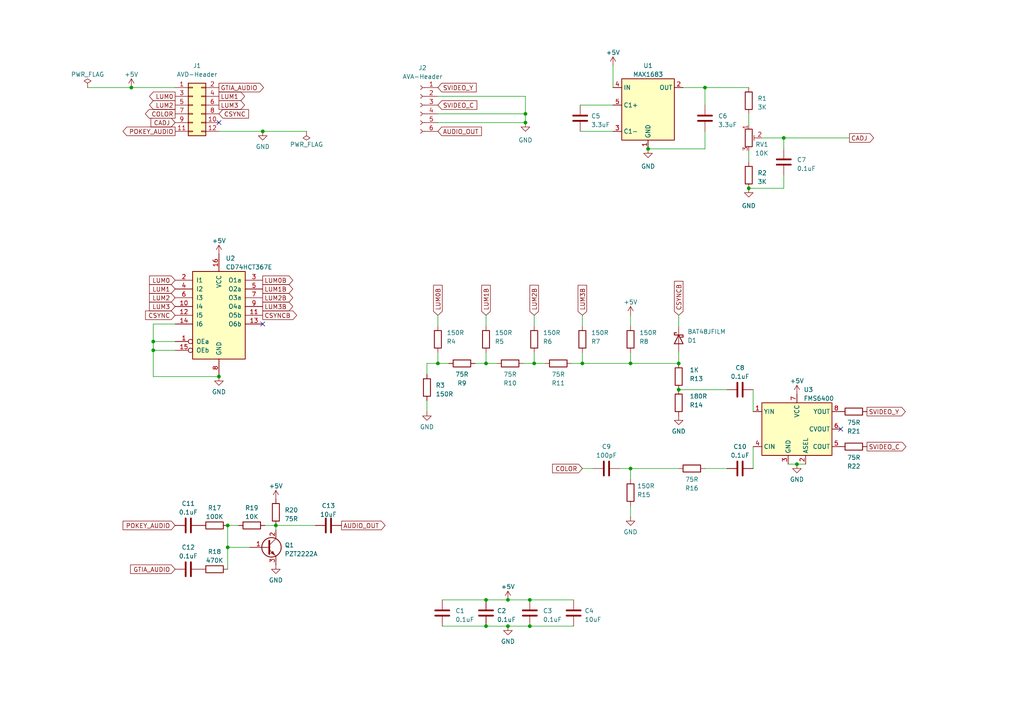
<source format=kicad_sch>
(kicad_sch (version 20230121) (generator eeschema)
  (paper "A4")
  (title_block (title "Atari SBC Audio/Video") (date "2023-09-01") (rev "1.1"))
  (lib_symbols
    (symbol "74xx:74LS367" (pin_names (offset 1.016))
      (property "Reference" "U" (at -7.62 13.97 0))
      (property "Value" "74LS367" (at -7.62 -13.97 0))
      (symbol "74LS367_1_0"
        (pin input inverted (at -12.7 -7.62 0) (length 5.08) (name "OEa") (number "1"))
        (pin input line (at -12.7 2.54 0) (length 5.08) (name "I4") (number "10"))
        (pin tri_state line (at 12.7 0 180) (length 5.08) (name "O5b") (number "11"))
        (pin input line (at -12.7 0 0) (length 5.08) (name "I5") (number "12"))
        (pin tri_state line (at 12.7 -2.54 180) (length 5.08) (name "O6b") (number "13"))
        (pin input line (at -12.7 -2.54 0) (length 5.08) (name "I6") (number "14"))
        (pin input inverted (at -12.7 -10.16 0) (length 5.08) (name "OEb") (number "15"))
        (pin power_in line (at 0 17.78 270) (length 5.08) (name "VCC") (number "16"))
        (pin input line (at -12.7 10.16 0) (length 5.08) (name "I1") (number "2"))
        (pin tri_state line (at 12.7 10.16 180) (length 5.08) (name "O1a") (number "3"))
        (pin input line (at -12.7 7.62 0) (length 5.08) (name "I2") (number "4"))
        (pin tri_state line (at 12.7 7.62 180) (length 5.08) (name "O2a") (number "5"))
        (pin input line (at -12.7 5.08 0) (length 5.08) (name "I3") (number "6"))
        (pin tri_state line (at 12.7 5.08 180) (length 5.08) (name "O3a") (number "7"))
        (pin power_in line (at 0 -17.78 90) (length 5.08) (name "GND") (number "8"))
        (pin tri_state line (at 12.7 2.54 180) (length 5.08) (name "O4a") (number "9"))
      )
      (symbol "74LS367_1_1"
        (rectangle (start -7.62 12.7) (end 7.62 -12.7) (stroke (width 0.254)) (fill (type background)))
      )
    )
    (symbol "Connector:Conn_01x06_Socket" (pin_names (offset 1.016) hide)
      (property "Reference" "J" (at 0 7.62 0))
      (property "Value" "Conn_01x06_Socket" (at 0 -10.16 0))
      (symbol "Conn_01x06_Socket_1_1"
        (arc (start 0 -7.112) (mid -0.5058 -7.62) (end 0 -8.128) (stroke (width 0.1524)))
        (arc (start 0 -4.572) (mid -0.5058 -5.08) (end 0 -5.588) (stroke (width 0.1524)))
        (arc (start 0 -2.032) (mid -0.5058 -2.54) (end 0 -3.048) (stroke (width 0.1524)))
        (polyline (pts (xy -1.27 -7.62) (xy -0.508 -7.62)) (stroke (width 0.1524)))
        (polyline (pts (xy -1.27 -5.08) (xy -0.508 -5.08)) (stroke (width 0.1524)))
        (polyline (pts (xy -1.27 -2.54) (xy -0.508 -2.54)) (stroke (width 0.1524)))
        (polyline (pts (xy -1.27 0) (xy -0.508 0)) (stroke (width 0.1524)))
        (polyline (pts (xy -1.27 2.54) (xy -0.508 2.54)) (stroke (width 0.1524)))
        (polyline (pts (xy -1.27 5.08) (xy -0.508 5.08)) (stroke (width 0.1524)))
        (arc (start 0 0.508) (mid -0.5058 0) (end 0 -0.508) (stroke (width 0.1524)))
        (arc (start 0 3.048) (mid -0.5058 2.54) (end 0 2.032) (stroke (width 0.1524)))
        (arc (start 0 5.588) (mid -0.5058 5.08) (end 0 4.572) (stroke (width 0.1524)))
        (pin passive line (at -5.08 5.08 0) (length 3.81) (name "Pin_1") (number "1"))
        (pin passive line (at -5.08 2.54 0) (length 3.81) (name "Pin_2") (number "2"))
        (pin passive line (at -5.08 0 0) (length 3.81) (name "Pin_3") (number "3"))
        (pin passive line (at -5.08 -2.54 0) (length 3.81) (name "Pin_4") (number "4"))
        (pin passive line (at -5.08 -5.08 0) (length 3.81) (name "Pin_5") (number "5"))
        (pin passive line (at -5.08 -7.62 0) (length 3.81) (name "Pin_6") (number "6"))
      )
    )
    (symbol "Connector_Generic:Conn_02x06_Odd_Even" (pin_names (offset 1.016) hide)
      (property "Reference" "J" (at 1.27 7.62 0))
      (property "Value" "Conn_02x06_Odd_Even" (at 1.27 -10.16 0))
      (symbol "Conn_02x06_Odd_Even_1_1"
        (rectangle (start -1.27 -7.493) (end 0 -7.747) (stroke (width 0.1524)))
        (rectangle (start -1.27 -4.953) (end 0 -5.207) (stroke (width 0.1524)))
        (rectangle (start -1.27 -2.413) (end 0 -2.667) (stroke (width 0.1524)))
        (rectangle (start -1.27 0.127) (end 0 -0.127) (stroke (width 0.1524)))
        (rectangle (start -1.27 2.667) (end 0 2.413) (stroke (width 0.1524)))
        (rectangle (start -1.27 5.207) (end 0 4.953) (stroke (width 0.1524)))
        (rectangle (start -1.27 6.35) (end 3.81 -8.89) (stroke (width 0.254)) (fill (type background)))
        (rectangle (start 3.81 -7.493) (end 2.54 -7.747) (stroke (width 0.1524)))
        (rectangle (start 3.81 -4.953) (end 2.54 -5.207) (stroke (width 0.1524)))
        (rectangle (start 3.81 -2.413) (end 2.54 -2.667) (stroke (width 0.1524)))
        (rectangle (start 3.81 0.127) (end 2.54 -0.127) (stroke (width 0.1524)))
        (rectangle (start 3.81 2.667) (end 2.54 2.413) (stroke (width 0.1524)))
        (rectangle (start 3.81 5.207) (end 2.54 4.953) (stroke (width 0.1524)))
        (pin passive line (at -5.08 5.08 0) (length 3.81) (name "Pin_1") (number "1"))
        (pin passive line (at 7.62 -5.08 180) (length 3.81) (name "Pin_10") (number "10"))
        (pin passive line (at -5.08 -7.62 0) (length 3.81) (name "Pin_11") (number "11"))
        (pin passive line (at 7.62 -7.62 180) (length 3.81) (name "Pin_12") (number "12"))
        (pin passive line (at 7.62 5.08 180) (length 3.81) (name "Pin_2") (number "2"))
        (pin passive line (at -5.08 2.54 0) (length 3.81) (name "Pin_3") (number "3"))
        (pin passive line (at 7.62 2.54 180) (length 3.81) (name "Pin_4") (number "4"))
        (pin passive line (at -5.08 0 0) (length 3.81) (name "Pin_5") (number "5"))
        (pin passive line (at 7.62 0 180) (length 3.81) (name "Pin_6") (number "6"))
        (pin passive line (at -5.08 -2.54 0) (length 3.81) (name "Pin_7") (number "7"))
        (pin passive line (at 7.62 -2.54 180) (length 3.81) (name "Pin_8") (number "8"))
        (pin passive line (at -5.08 -5.08 0) (length 3.81) (name "Pin_9") (number "9"))
      )
    )
    (symbol "Device:C" (pin_numbers hide) (pin_names (offset 0.254))
      (property "Reference" "C" (at 0.635 2.54 0))
      (property "Value" "C" (at 0.635 -2.54 0))
      (symbol "C_0_1"
        (polyline (pts (xy -2.032 -0.762) (xy 2.032 -0.762)) (stroke (width 0.508)))
        (polyline (pts (xy -2.032 0.762) (xy 2.032 0.762)) (stroke (width 0.508)))
      )
      (symbol "C_1_1"
        (pin passive line (at 0 3.81 270) (length 2.794) (name "~") (number "1"))
        (pin passive line (at 0 -3.81 90) (length 2.794) (name "~") (number "2"))
      )
    )
    (symbol "Device:R" (pin_numbers hide) (pin_names (offset 0))
      (property "Reference" "R" (at 2.032 0 90))
      (property "Value" "R" (at 0 0 90))
      (symbol "R_0_1"
        (rectangle (start -1.016 -2.54) (end 1.016 2.54) (stroke (width 0.254)))
      )
      (symbol "R_1_1"
        (pin passive line (at 0 3.81 270) (length 1.27) (name "~") (number "1"))
        (pin passive line (at 0 -3.81 90) (length 1.27) (name "~") (number "2"))
      )
    )
    (symbol "Device:R_Potentiometer_Trim" (pin_names (offset 1.016) hide)
      (property "Reference" "RV" (at -4.445 0 90))
      (property "Value" "R_Potentiometer_Trim" (at -2.54 0 90))
      (symbol "R_Potentiometer_Trim_0_1"
        (polyline (pts (xy 1.524 0.762) (xy 1.524 -0.762)))
        (polyline (pts (xy 2.54 0) (xy 1.524 0)))
        (rectangle (start 1.016 2.54) (end -1.016 -2.54) (stroke (width 0.254)))
      )
      (symbol "R_Potentiometer_Trim_1_1"
        (pin passive line (at 0 3.81 270) (length 1.27) (name "1") (number "1"))
        (pin passive line (at 3.81 0 180) (length 1.27) (name "2") (number "2"))
        (pin passive line (at 0 -3.81 90) (length 1.27) (name "3") (number "3"))
      )
    )
    (symbol "Diode:BAT48JFILM" (pin_numbers hide) (pin_names (offset 1.016) hide)
      (property "Reference" "D" (at 0 2.54 0))
      (property "Value" "BAT48JFILM" (at 0 -2.54 0))
      (symbol "BAT48JFILM_0_1"
        (polyline (pts (xy 1.27 0) (xy -1.27 0)))
        (polyline (pts (xy 1.27 1.27) (xy 1.27 -1.27) (xy -1.27 0) (xy 1.27 1.27)) (stroke (width 0.254)))
        (polyline (pts (xy -1.905 0.635) (xy -1.905 1.27) (xy -1.27 1.27) (xy -1.27 -1.27) (xy -0.635 -1.27) (xy -0.635 -0.635)) (stroke (width 0.254)))
      )
      (symbol "BAT48JFILM_1_1"
        (pin passive line (at -3.81 0 0) (length 2.54) (name "K") (number "1"))
        (pin passive line (at 3.81 0 180) (length 2.54) (name "A") (number "2"))
      )
    )
    (symbol "Project_Amplifier_Video:FMS6400"
      (property "Reference" "U" (at -8.89 8.89 0))
      (property "Value" "FMS6400" (at 5.08 8.89 0))
      (symbol "FMS6400_0_1"
        (rectangle (start -10.16 7.62) (end 10.16 -7.62) (stroke (width 0.254)) (fill (type background)))
      )
      (symbol "FMS6400_1_1"
        (pin input line (at -12.7 5.08 0) (length 2.54) (name "YIN") (number "1"))
        (pin input line (at 2.54 -10.16 90) (length 2.54) (name "ASEL") (number "2"))
        (pin power_in line (at -2.54 -10.16 90) (length 2.54) (name "GND") (number "3"))
        (pin input line (at -12.7 -5.08 0) (length 2.54) (name "CIN") (number "4"))
        (pin output line (at 12.7 -5.08 180) (length 2.54) (name "COUT") (number "5"))
        (pin output line (at 12.7 0 180) (length 2.54) (name "CVOUT") (number "6"))
        (pin power_in line (at 0 10.16 270) (length 2.54) (name "VCC") (number "7"))
        (pin output line (at 12.7 5.08 180) (length 2.54) (name "YOUT") (number "8"))
      )
    )
    (symbol "Project_Regulator_Switching:MAX1683"
      (property "Reference" "U" (at -6.35 6.35 0))
      (property "Value" "MAX1683" (at 2.54 6.35 0))
      (symbol "MAX1683_1_1"
        (rectangle (start -7.62 5.08) (end 7.62 -12.7) (stroke (width 0.254)) (fill (type background)))
        (pin power_in line (at 0 -15.24 90) (length 2.54) (name "GND") (number "1"))
        (pin power_out line (at 10.16 2.54 180) (length 2.54) (name "OUT") (number "2"))
        (pin input line (at -10.16 -10.16 0) (length 2.54) (name "C1-") (number "3"))
        (pin power_in line (at -10.16 2.54 0) (length 2.54) (name "IN") (number "4"))
        (pin input line (at -10.16 -2.54 0) (length 2.54) (name "C1+") (number "5"))
      )
    )
    (symbol "Transistor_BJT:PZT2222A" (pin_names (offset 0) hide)
      (property "Reference" "Q" (at 5.08 1.905 0))
      (property "Value" "PZT2222A" (at 5.08 0 0))
      (symbol "PZT2222A_0_1"
        (polyline (pts (xy 0 0) (xy 0.635 0)))
        (polyline (pts (xy 2.54 -2.54) (xy 0.635 -0.635)))
        (polyline (pts (xy 2.54 2.54) (xy 0.635 0.635)))
        (polyline (pts (xy 0.635 1.905) (xy 0.635 -1.905) (xy 0.635 -1.905)) (stroke (width 0.508)))
        (polyline (pts (xy 2.286 -2.286) (xy 1.778 -1.778) (xy 1.778 -1.778)))
        (polyline (pts (xy 1.143 -1.651) (xy 1.651 -1.143) (xy 2.159 -2.159) (xy 1.143 -1.651) (xy 1.143 -1.651)) (fill (type outline)))
        (circle (center 1.27 0) (radius 2.8194) (stroke (width 0.254)))
      )
      (symbol "PZT2222A_1_1"
        (pin input line (at -5.08 0 0) (length 5.08) (name "B") (number "1"))
        (pin passive line (at 2.54 5.08 270) (length 2.54) (name "C") (number "2"))
        (pin passive line (at 2.54 -5.08 90) (length 2.54) (name "E") (number "3"))
      )
    )
    (symbol "power:+5V" (power) (pin_names (offset 0))
      (property "Value" "+5V" (at 0 3.556 0))
      (symbol "+5V_0_1"
        (polyline (pts (xy -0.762 1.27) (xy 0 2.54)))
        (polyline (pts (xy 0 0) (xy 0 2.54)))
        (polyline (pts (xy 0 2.54) (xy 0.762 1.27)))
      )
      (symbol "+5V_1_1"
        (pin power_in line (at 0 0 90) (length 0) hide (name "+5V") (number "1"))
      )
    )
    (symbol "power:GND" (power) (pin_names (offset 0))
      (property "Value" "GND" (at 0 -3.81 0))
      (symbol "GND_0_1"
        (polyline (pts (xy 0 0) (xy 0 -1.27) (xy 1.27 -1.27) (xy 0 -2.54) (xy -1.27 -1.27) (xy 0 -1.27)))
      )
      (symbol "GND_1_1"
        (pin power_in line (at 0 0 270) (length 0) hide (name "GND") (number "1"))
      )
    )
    (symbol "power:PWR_FLAG" (power) (pin_numbers hide) (pin_names (offset 0) hide)
      (property "Value" "PWR_FLAG" (at 0 3.81 0))
      (symbol "PWR_FLAG_0_0"
        (pin power_out line (at 0 0 90) (length 0) (name "pwr") (number "1"))
      )
      (symbol "PWR_FLAG_0_1"
        (polyline (pts (xy 0 0) (xy 0 1.27) (xy -1.016 1.905) (xy 0 2.54) (xy 1.016 1.905) (xy 0 1.27)))
      )
    )
  )
  (junction (at 168.91 105.41))
  (junction (at 140.97 173.99))
  (junction (at 153.67 173.99))
  (junction (at 127 105.41))
  (junction (at 187.96 43.18))
  (junction (at 44.45 101.6))
  (junction (at 196.85 113.03))
  (junction (at 152.4 33.02))
  (junction (at 182.88 135.89))
  (junction (at 152.4 35.56))
  (junction (at 76.2 38.1))
  (junction (at 44.45 99.06))
  (junction (at 196.85 105.41))
  (junction (at 147.32 181.61))
  (junction (at 147.32 173.99))
  (junction (at 66.04 158.75))
  (junction (at 227.33 40.005))
  (junction (at 154.94 105.41))
  (junction (at 217.17 54.61))
  (junction (at 66.04 152.4))
  (junction (at 80.01 152.4))
  (junction (at 231.14 134.62))
  (junction (at 140.97 181.61))
  (junction (at 63.5 109.22))
  (junction (at 153.67 181.61))
  (junction (at 182.88 105.41))
  (junction (at 204.47 25.4))
  (junction (at 38.1 25.4))
  (junction (at 140.97 105.41))
  (no_connect (at 76.2 93.98))
  (no_connect (at 243.84 124.46))
  (no_connect (at 63.5 35.56))
  (wire (pts (xy 63.5 38.1) (xy 76.2 38.1)))
  (wire (pts (xy 196.85 94.615) (xy 196.85 91.44)))
  (wire (pts (xy 154.94 94.615) (xy 154.94 91.44)))
  (wire (pts (xy 80.01 152.4) (xy 80.01 153.67)))
  (wire (pts (xy 182.88 146.685) (xy 182.88 149.86)))
  (wire (pts (xy 196.85 113.03) (xy 210.82 113.03)))
  (wire (pts (xy 123.825 119.38) (xy 123.825 116.205)))
  (wire (pts (xy 123.825 105.41) (xy 127 105.41)))
  (wire (pts (xy 204.47 135.89) (xy 210.82 135.89)))
  (wire (pts (xy 168.275 30.48) (xy 177.8 30.48)))
  (wire (pts (xy 140.97 173.99) (xy 147.32 173.99)))
  (wire (pts (xy 227.33 40.005) (xy 227.33 43.18)))
  (wire (pts (xy 168.91 102.235) (xy 168.91 105.41)))
  (wire (pts (xy 198.12 25.4) (xy 204.47 25.4)))
  (wire (pts (xy 217.17 33.02) (xy 217.17 36.195)))
  (wire (pts (xy 76.2 38.1) (xy 88.9 38.1)))
  (wire (pts (xy 179.705 135.89) (xy 182.88 135.89)))
  (wire (pts (xy 182.88 139.065) (xy 182.88 135.89)))
  (wire (pts (xy 127 35.56) (xy 152.4 35.56)))
  (wire (pts (xy 66.04 152.4) (xy 66.04 158.75)))
  (wire (pts (xy 147.32 173.99) (xy 153.67 173.99)))
  (wire (pts (xy 25.4 25.4) (xy 38.1 25.4)))
  (wire (pts (xy 76.835 152.4) (xy 80.01 152.4)))
  (wire (pts (xy 165.735 105.41) (xy 168.91 105.41)))
  (wire (pts (xy 154.94 105.41) (xy 158.115 105.41)))
  (wire (pts (xy 153.67 173.99) (xy 166.37 173.99)))
  (wire (pts (xy 127 102.235) (xy 127 105.41)))
  (wire (pts (xy 217.17 54.61) (xy 227.33 54.61)))
  (wire (pts (xy 217.17 43.815) (xy 217.17 46.99)))
  (wire (pts (xy 227.33 40.005) (xy 246.38 40.005)))
  (wire (pts (xy 168.275 38.1) (xy 177.8 38.1)))
  (wire (pts (xy 182.88 105.41) (xy 196.85 105.41)))
  (wire (pts (xy 128.27 173.99) (xy 140.97 173.99)))
  (wire (pts (xy 66.04 158.75) (xy 72.39 158.75)))
  (wire (pts (xy 123.825 108.585) (xy 123.825 105.41)))
  (wire (pts (xy 127 91.44) (xy 127 94.615)))
  (wire (pts (xy 44.45 99.06) (xy 44.45 101.6)))
  (wire (pts (xy 168.91 105.41) (xy 182.88 105.41)))
  (wire (pts (xy 218.44 113.03) (xy 218.44 119.38)))
  (wire (pts (xy 154.94 102.235) (xy 154.94 105.41)))
  (wire (pts (xy 204.47 43.18) (xy 187.96 43.18)))
  (wire (pts (xy 204.47 25.4) (xy 204.47 30.48)))
  (wire (pts (xy 127 27.94) (xy 152.4 27.94)))
  (wire (pts (xy 168.91 94.615) (xy 168.91 91.44)))
  (wire (pts (xy 147.32 181.61) (xy 153.67 181.61)))
  (wire (pts (xy 152.4 33.02) (xy 152.4 35.56)))
  (wire (pts (xy 182.88 102.235) (xy 182.88 105.41)))
  (wire (pts (xy 127 105.41) (xy 130.175 105.41)))
  (wire (pts (xy 137.795 105.41) (xy 140.97 105.41)))
  (wire (pts (xy 218.44 129.54) (xy 218.44 135.89)))
  (wire (pts (xy 152.4 27.94) (xy 152.4 33.02)))
  (wire (pts (xy 153.67 181.61) (xy 166.37 181.61)))
  (wire (pts (xy 127 33.02) (xy 152.4 33.02)))
  (wire (pts (xy 168.91 135.89) (xy 172.085 135.89)))
  (wire (pts (xy 128.27 181.61) (xy 140.97 181.61)))
  (wire (pts (xy 204.47 25.4) (xy 217.17 25.4)))
  (wire (pts (xy 80.01 152.4) (xy 91.44 152.4)))
  (wire (pts (xy 196.85 102.235) (xy 196.85 105.41)))
  (wire (pts (xy 140.97 181.61) (xy 147.32 181.61)))
  (wire (pts (xy 182.88 94.615) (xy 182.88 91.44)))
  (wire (pts (xy 66.04 152.4) (xy 69.215 152.4)))
  (wire (pts (xy 66.04 158.75) (xy 66.04 165.1)))
  (wire (pts (xy 44.45 101.6) (xy 50.8 101.6)))
  (wire (pts (xy 140.97 105.41) (xy 144.145 105.41)))
  (wire (pts (xy 44.45 109.22) (xy 63.5 109.22)))
  (wire (pts (xy 227.33 50.8) (xy 227.33 54.61)))
  (wire (pts (xy 140.97 102.235) (xy 140.97 105.41)))
  (wire (pts (xy 231.14 134.62) (xy 233.68 134.62)))
  (wire (pts (xy 151.765 105.41) (xy 154.94 105.41)))
  (wire (pts (xy 44.45 99.06) (xy 50.8 99.06)))
  (wire (pts (xy 177.8 25.4) (xy 177.8 19.05)))
  (wire (pts (xy 44.45 93.98) (xy 50.8 93.98)))
  (wire (pts (xy 220.98 40.005) (xy 227.33 40.005)))
  (wire (pts (xy 44.45 93.98) (xy 44.45 99.06)))
  (wire (pts (xy 44.45 101.6) (xy 44.45 109.22)))
  (wire (pts (xy 182.88 135.89) (xy 196.85 135.89)))
  (wire (pts (xy 38.1 25.4) (xy 50.8 25.4)))
  (wire (pts (xy 204.47 38.1) (xy 204.47 43.18)))
  (wire (pts (xy 140.97 91.44) (xy 140.97 94.615)))
  (wire (pts (xy 228.6 134.62) (xy 231.14 134.62)))
  (global_label "POKEY_AUDIO" (shape output) (at 50.8 38.1 180) (property "Intersheetrefs" "${INTERSHEET_REFS}" (effects hide)))
  (global_label "CADJ" (shape input) (at 50.8 35.56 180) (property "Intersheetrefs" "${INTERSHEET_REFS}" (effects hide)))
  (global_label "SVIDEO_C" (shape input) (at 127 30.48 0) (property "Intersheetrefs" "${INTERSHEET_REFS}" (effects hide)))
  (global_label "CADJ" (shape output) (at 246.38 40.005 0) (property "Intersheetrefs" "${INTERSHEET_REFS}" (effects hide)))
  (global_label "COLOR" (shape output) (at 50.8 33.02 180) (property "Intersheetrefs" "${INTERSHEET_REFS}" (effects hide)))
  (global_label "CSYNC" (shape input) (at 63.5 33.02 0) (property "Intersheetrefs" "${INTERSHEET_REFS}" (effects hide)))
  (global_label "LUM1B" (shape output) (at 76.2 83.82 0) (property "Intersheetrefs" "${INTERSHEET_REFS}" (effects hide)))
  (global_label "LUM1" (shape output) (at 63.5 27.94 0) (property "Intersheetrefs" "${INTERSHEET_REFS}" (effects hide)))
  (global_label "AUDIO_OUT" (shape input) (at 127 38.1 0) (property "Intersheetrefs" "${INTERSHEET_REFS}" (effects hide)))
  (global_label "LUM2" (shape input) (at 50.8 86.36 180) (property "Intersheetrefs" "${INTERSHEET_REFS}" (effects hide)))
  (global_label "LUM1B" (shape input) (at 140.97 91.44 90) (property "Intersheetrefs" "${INTERSHEET_REFS}" (effects hide)))
  (global_label "LUM3B" (shape input) (at 168.91 91.44 90) (property "Intersheetrefs" "${INTERSHEET_REFS}" (effects hide)))
  (global_label "LUM2" (shape output) (at 50.8 30.48 180) (property "Intersheetrefs" "${INTERSHEET_REFS}" (effects hide)))
  (global_label "LUM2B" (shape output) (at 76.2 86.36 0) (property "Intersheetrefs" "${INTERSHEET_REFS}" (effects hide)))
  (global_label "LUM2B" (shape input) (at 154.94 91.44 90) (property "Intersheetrefs" "${INTERSHEET_REFS}" (effects hide)))
  (global_label "SVIDEO_Y" (shape input) (at 127 25.4 0) (property "Intersheetrefs" "${INTERSHEET_REFS}" (effects hide)))
  (global_label "LUM0B" (shape output) (at 76.2 81.28 0) (property "Intersheetrefs" "${INTERSHEET_REFS}" (effects hide)))
  (global_label "COLOR" (shape input) (at 168.91 135.89 180) (property "Intersheetrefs" "${INTERSHEET_REFS}" (effects hide)))
  (global_label "LUM0" (shape input) (at 50.8 81.28 180) (property "Intersheetrefs" "${INTERSHEET_REFS}" (effects hide)))
  (global_label "CSYNCB" (shape output) (at 76.2 91.44 0) (property "Intersheetrefs" "${INTERSHEET_REFS}" (effects hide)))
  (global_label "CSYNC" (shape input) (at 50.8 91.44 180) (property "Intersheetrefs" "${INTERSHEET_REFS}" (effects hide)))
  (global_label "AUDIO_OUT" (shape output) (at 99.06 152.4 0) (property "Intersheetrefs" "${INTERSHEET_REFS}" (effects hide)))
  (global_label "LUM0B" (shape input) (at 127 91.44 90) (property "Intersheetrefs" "${INTERSHEET_REFS}" (effects hide)))
  (global_label "SVIDEO_Y" (shape output) (at 251.46 119.38 0) (property "Intersheetrefs" "${INTERSHEET_REFS}" (effects hide)))
  (global_label "LUM3" (shape output) (at 63.5 30.48 0) (property "Intersheetrefs" "${INTERSHEET_REFS}" (effects hide)))
  (global_label "LUM3" (shape input) (at 50.8 88.9 180) (property "Intersheetrefs" "${INTERSHEET_REFS}" (effects hide)))
  (global_label "POKEY_AUDIO" (shape input) (at 50.8 152.4 180) (property "Intersheetrefs" "${INTERSHEET_REFS}" (effects hide)))
  (global_label "GTIA_AUDIO" (shape output) (at 63.5 25.4 0) (property "Intersheetrefs" "${INTERSHEET_REFS}" (effects hide)))
  (global_label "LUM1" (shape input) (at 50.8 83.82 180) (property "Intersheetrefs" "${INTERSHEET_REFS}" (effects hide)))
  (global_label "CSYNCB" (shape input) (at 196.85 91.44 90) (property "Intersheetrefs" "${INTERSHEET_REFS}" (effects hide)))
  (global_label "GTIA_AUDIO" (shape input) (at 50.8 165.1 180) (property "Intersheetrefs" "${INTERSHEET_REFS}" (effects hide)))
  (global_label "SVIDEO_C" (shape output) (at 251.46 129.54 0) (property "Intersheetrefs" "${INTERSHEET_REFS}" (effects hide)))
  (global_label "LUM3B" (shape output) (at 76.2 88.9 0) (property "Intersheetrefs" "${INTERSHEET_REFS}" (effects hide)))
  (global_label "LUM0" (shape output) (at 50.8 27.94 180) (property "Intersheetrefs" "${INTERSHEET_REFS}" (effects hide)))
  (symbol (lib_id "Device:R") (at 154.94 98.425 0) (mirror x) (unit 1)
    (property "Reference" "R6" (at 157.48 99.06 0) (effects (justify left)))
    (property "Value" "150R" (at 157.48 96.52 0) (effects (justify left)))
    (property "Footprint" "Resistor_SMD:R_0805_2012Metric_Pad1.20x1.40mm_HandSolder" (effects hide))
  )
  (symbol (lib_id "power:GND") (at 147.32 181.61 0) (unit 1)
    (property "Reference" "#PWR021" (effects hide))
    (property "Value" "GND" (at 147.32 186.055 0))
  )
  (symbol (lib_id "Device:R") (at 200.66 135.89 90) (mirror x) (unit 1)
    (property "Reference" "R16" (at 200.66 141.605 90))
    (property "Value" "75R" (at 200.66 139.065 90))
    (property "Footprint" "Resistor_SMD:R_0805_2012Metric_Pad1.20x1.40mm_HandSolder" (effects hide))
  )
  (symbol (lib_id "Device:R") (at 80.01 148.59 0) (unit 1)
    (property "Reference" "R20" (at 82.55 147.955 0) (effects (justify left)))
    (property "Value" "75R" (at 82.55 150.495 0) (effects (justify left)))
    (property "Footprint" "Resistor_SMD:R_0805_2012Metric_Pad1.20x1.40mm_HandSolder" (effects hide))
  )
  (symbol (lib_id "power:GND") (at 187.96 43.18 0) (unit 1)
    (property "Reference" "#PWR014" (effects hide))
    (property "Value" "GND" (at 187.96 48.26 0))
  )
  (symbol (lib_id "74xx:74LS367") (at 63.5 91.44 0) (unit 1)
    (property "Reference" "U2" (at 65.4559 74.93 0) (effects (justify left)))
    (property "Value" "CD74HCT367E" (at 65.4559 77.47 0) (effects (justify left)))
    (property "Footprint" "Package_SO:SOIC-16_3.9x9.9mm_P1.27mm" (effects hide))
    (property "Datasheet" "http://www.ti.com/lit/gpn/sn74LS367" (effects hide))
  )
  (symbol (lib_id "Device:R") (at 161.925 105.41 90) (mirror x) (unit 1)
    (property "Reference" "R11" (at 161.925 111.125 90))
    (property "Value" "75R" (at 161.925 108.585 90))
    (property "Footprint" "Resistor_SMD:R_0805_2012Metric_Pad1.20x1.40mm_HandSolder" (effects hide))
  )
  (symbol (lib_id "Device:R") (at 217.17 50.8 0) (unit 1)
    (property "Reference" "R2" (at 219.71 50.165 0) (effects (justify left)))
    (property "Value" "3K" (at 219.71 52.705 0) (effects (justify left)))
    (property "Footprint" "Resistor_SMD:R_0805_2012Metric_Pad1.20x1.40mm_HandSolder" (effects hide))
  )
  (symbol (lib_id "Device:R") (at 196.85 116.84 0) (mirror y) (unit 1)
    (property "Reference" "R14" (at 200.025 117.475 0) (effects (justify right)))
    (property "Value" "180R" (at 200.025 114.935 0) (effects (justify right)))
    (property "Footprint" "Resistor_SMD:R_0805_2012Metric_Pad1.20x1.40mm_HandSolder" (effects hide))
  )
  (symbol (lib_id "Device:C") (at 214.63 135.89 90) (unit 1)
    (property "Reference" "C10" (at 214.63 129.54 90))
    (property "Value" "0.1uF" (at 214.63 132.08 90))
    (property "Footprint" "Capacitor_SMD:C_0805_2012Metric_Pad1.18x1.45mm_HandSolder" (effects hide))
  )
  (symbol (lib_id "Device:R") (at 123.825 112.395 0) (unit 1)
    (property "Reference" "R3" (at 126.365 111.76 0) (effects (justify left)))
    (property "Value" "150R" (at 126.365 114.3 0) (effects (justify left)))
    (property "Footprint" "Resistor_SMD:R_0805_2012Metric_Pad1.20x1.40mm_HandSolder" (effects hide))
  )
  (symbol (lib_id "power:PWR_FLAG") (at 88.9 38.1 0) (mirror x) (unit 1)
    (property "Reference" "#FLG04" (effects hide))
    (property "Value" "PWR_FLAG" (at 88.9 41.91 0))
  )
  (symbol (lib_id "Device:R") (at 196.85 109.22 0) (mirror y) (unit 1)
    (property "Reference" "R13" (at 200.025 109.855 0) (effects (justify right)))
    (property "Value" "1K" (at 200.025 107.315 0) (effects (justify right)))
    (property "Footprint" "Resistor_SMD:R_0805_2012Metric_Pad1.20x1.40mm_HandSolder" (effects hide))
  )
  (symbol (lib_id "Device:R") (at 73.025 152.4 90) (unit 1)
    (property "Reference" "R19" (at 73.025 147.32 90))
    (property "Value" "10K" (at 73.025 149.86 90))
    (property "Footprint" "Resistor_SMD:R_0805_2012Metric_Pad1.20x1.40mm_HandSolder" (effects hide))
  )
  (symbol (lib_id "Device:C") (at 204.47 34.29 0) (unit 1)
    (property "Reference" "C6" (at 208.28 33.655 0) (effects (justify left)))
    (property "Value" "3.3uF" (at 208.28 36.195 0) (effects (justify left)))
    (property "Footprint" "Capacitor_SMD:C_0805_2012Metric_Pad1.18x1.45mm_HandSolder" (effects hide))
  )
  (symbol (lib_id "Device:C") (at 214.63 113.03 90) (unit 1)
    (property "Reference" "C8" (at 214.63 106.68 90))
    (property "Value" "0.1uF" (at 214.63 109.22 90))
    (property "Footprint" "Capacitor_SMD:C_0805_2012Metric_Pad1.18x1.45mm_HandSolder" (effects hide))
  )
  (symbol (lib_id "Device:R") (at 168.91 98.425 0) (mirror x) (unit 1)
    (property "Reference" "R7" (at 171.45 99.06 0) (effects (justify left)))
    (property "Value" "150R" (at 171.45 96.52 0) (effects (justify left)))
    (property "Footprint" "Resistor_SMD:R_0805_2012Metric_Pad1.20x1.40mm_HandSolder" (effects hide))
  )
  (symbol (lib_id "power:+5V") (at 182.88 91.44 0) (unit 1)
    (property "Reference" "#PWR015" (effects hide))
    (property "Value" "+5V" (at 182.88 87.63 0))
  )
  (symbol (lib_id "Transistor_BJT:PZT2222A") (at 77.47 158.75 0) (unit 1)
    (property "Reference" "Q1" (at 82.55 158.115 0) (effects (justify left)))
    (property "Value" "PZT2222A" (at 82.55 160.655 0) (effects (justify left)))
    (property "Footprint" "Package_TO_SOT_SMD:SOT-223-3_TabPin2" (effects hide))
    (property "Datasheet" "https://www.onsemi.com/pub/Collateral/PN2222-D.PDF" (effects hide))
  )
  (symbol (lib_id "Device:C") (at 153.67 177.8 0) (unit 1)
    (property "Reference" "C3" (at 157.48 177.165 0) (effects (justify left)))
    (property "Value" "0.1uF" (at 157.48 179.705 0) (effects (justify left)))
    (property "Footprint" "Capacitor_SMD:C_0805_2012Metric_Pad1.18x1.45mm_HandSolder" (effects hide))
  )
  (symbol (lib_id "power:GND") (at 123.825 119.38 0) (unit 1)
    (property "Reference" "#PWR013" (effects hide))
    (property "Value" "GND" (at 123.825 123.825 0))
  )
  (symbol (lib_id "power:GND") (at 182.88 149.86 0) (unit 1)
    (property "Reference" "#PWR020" (effects hide))
    (property "Value" "GND" (at 182.88 154.305 0))
  )
  (symbol (lib_id "Device:C") (at 227.33 46.99 0) (unit 1)
    (property "Reference" "C7" (at 231.14 46.355 0) (effects (justify left)))
    (property "Value" "0.1uF" (at 231.14 48.895 0) (effects (justify left)))
    (property "Footprint" "Capacitor_SMD:C_0805_2012Metric_Pad1.18x1.45mm_HandSolder" (effects hide))
  )
  (symbol (lib_id "Device:C") (at 54.61 165.1 90) (unit 1)
    (property "Reference" "C12" (at 54.61 158.75 90))
    (property "Value" "0.1uF" (at 54.61 161.29 90))
    (property "Footprint" "Capacitor_SMD:C_0805_2012Metric_Pad1.18x1.45mm_HandSolder" (effects hide))
  )
  (symbol (lib_id "Device:R") (at 247.65 129.54 90) (mirror x) (unit 1)
    (property "Reference" "R22" (at 247.65 135.255 90))
    (property "Value" "75R" (at 247.65 132.715 90))
    (property "Footprint" "Resistor_SMD:R_0805_2012Metric_Pad1.20x1.40mm_HandSolder" (effects hide))
  )
  (symbol (lib_id "power:GND") (at 152.4 35.56 0) (unit 1)
    (property "Reference" "#PWR06" (effects hide))
    (property "Value" "GND" (at 152.4 40.64 0))
  )
  (symbol (lib_id "Device:C") (at 140.97 177.8 0) (unit 1)
    (property "Reference" "C2" (at 144.145 177.165 0) (effects (justify left)))
    (property "Value" "0.1uF" (at 144.145 179.705 0) (effects (justify left)))
    (property "Footprint" "Capacitor_SMD:C_0805_2012Metric_Pad1.18x1.45mm_HandSolder" (effects hide))
  )
  (symbol (lib_id "Device:R") (at 147.955 105.41 90) (mirror x) (unit 1)
    (property "Reference" "R10" (at 147.955 111.125 90))
    (property "Value" "75R" (at 147.955 108.585 90))
    (property "Footprint" "Resistor_SMD:R_0805_2012Metric_Pad1.20x1.40mm_HandSolder" (effects hide))
  )
  (symbol (lib_id "power:+5V") (at 80.01 144.78 0) (unit 1)
    (property "Reference" "#PWR04" (effects hide))
    (property "Value" "+5V" (at 80.01 140.97 0))
  )
  (symbol (lib_id "Project_Regulator_Switching:MAX1683") (at 187.96 27.94 0) (unit 1)
    (property "Reference" "U1" (at 187.96 19.05 0))
    (property "Value" "MAX1683" (at 187.96 21.59 0))
    (property "Footprint" "Package_TO_SOT_SMD:SOT-23-5" (effects hide))
    (property "Datasheet" "https://www.analog.com/media/en/technical-documentation/data-sheets/MAX1682-MAX1683.pdf" (effects hide))
  )
  (symbol (lib_id "power:GND") (at 231.14 134.62 0) (unit 1)
    (property "Reference" "#PWR019" (effects hide))
    (property "Value" "GND" (at 231.14 139.065 0))
  )
  (symbol (lib_id "power:GND") (at 63.5 109.22 0) (unit 1)
    (property "Reference" "#PWR011" (effects hide))
    (property "Value" "GND" (at 63.5 113.665 0))
  )
  (symbol (lib_id "power:+5V") (at 147.32 173.99 0) (unit 1)
    (property "Reference" "#PWR018" (effects hide))
    (property "Value" "+5V" (at 147.32 170.18 0))
  )
  (symbol (lib_id "Device:R") (at 127 98.425 0) (mirror x) (unit 1)
    (property "Reference" "R4" (at 129.54 99.06 0) (effects (justify left)))
    (property "Value" "150R" (at 129.54 96.52 0) (effects (justify left)))
    (property "Footprint" "Resistor_SMD:R_0805_2012Metric_Pad1.20x1.40mm_HandSolder" (effects hide))
  )
  (symbol (lib_id "Device:C") (at 95.25 152.4 90) (unit 1)
    (property "Reference" "C13" (at 95.25 146.685 90))
    (property "Value" "10uF" (at 95.25 149.225 90))
    (property "Footprint" "Capacitor_SMD:C_0805_2012Metric_Pad1.18x1.45mm_HandSolder" (effects hide))
  )
  (symbol (lib_id "Connector:Conn_01x06_Socket") (at 121.92 30.48 0) (mirror y) (unit 1)
    (property "Reference" "J2" (at 122.555 19.685 0))
    (property "Value" "AVA-Header" (at 122.555 22.225 0))
    (property "Footprint" "Connector_PinHeader_2.54mm:PinHeader_1x06_P2.54mm_Vertical" (effects hide))
  )
  (symbol (lib_id "Device:C") (at 168.275 34.29 0) (unit 1)
    (property "Reference" "C5" (at 171.45 33.655 0) (effects (justify left)))
    (property "Value" "3.3uF" (at 171.45 36.195 0) (effects (justify left)))
    (property "Footprint" "Capacitor_SMD:C_0805_2012Metric_Pad1.18x1.45mm_HandSolder" (effects hide))
  )
  (symbol (lib_id "power:+5V") (at 231.14 114.3 0) (unit 1)
    (property "Reference" "#PWR016" (effects hide))
    (property "Value" "+5V" (at 231.14 110.49 0))
  )
  (symbol (lib_id "power:+5V") (at 63.5 73.66 0) (unit 1)
    (property "Reference" "#PWR012" (effects hide))
    (property "Value" "+5V" (at 63.5 69.85 0))
  )
  (symbol (lib_id "power:+5V") (at 38.1 25.4 0) (unit 1)
    (property "Reference" "#PWR07" (effects hide))
    (property "Value" "+5V" (at 38.1 21.59 0))
  )
  (symbol (lib_id "Device:R") (at 62.23 152.4 90) (unit 1)
    (property "Reference" "R17" (at 62.23 147.32 90))
    (property "Value" "100K" (at 62.23 149.86 90))
    (property "Footprint" "Resistor_SMD:R_0805_2012Metric_Pad1.20x1.40mm_HandSolder" (effects hide))
  )
  (symbol (lib_id "Device:R") (at 182.88 142.875 0) (mirror x) (unit 1)
    (property "Reference" "R15" (at 184.785 143.51 0) (effects (justify left)))
    (property "Value" "150R" (at 184.785 140.97 0) (effects (justify left)))
    (property "Footprint" "Resistor_SMD:R_0805_2012Metric_Pad1.20x1.40mm_HandSolder" (effects hide))
  )
  (symbol (lib_id "power:PWR_FLAG") (at 25.4 25.4 0) (unit 1)
    (property "Reference" "#FLG03" (effects hide))
    (property "Value" "PWR_FLAG" (at 25.4 21.59 0))
  )
  (symbol (lib_id "Device:C") (at 128.27 177.8 0) (unit 1)
    (property "Reference" "C1" (at 132.08 177.165 0) (effects (justify left)))
    (property "Value" "0.1uF" (at 132.08 179.705 0) (effects (justify left)))
    (property "Footprint" "Capacitor_SMD:C_0805_2012Metric_Pad1.18x1.45mm_HandSolder" (effects hide))
  )
  (symbol (lib_id "Connector_Generic:Conn_02x06_Odd_Even") (at 55.88 30.48 0) (unit 1)
    (property "Reference" "J1" (at 57.15 19.05 0))
    (property "Value" "AVD-Header" (at 57.15 21.59 0))
    (property "Footprint" "Connector_PinHeader_2.54mm:PinHeader_2x06_P2.54mm_Vertical" (effects hide))
  )
  (symbol (lib_id "Device:R") (at 62.23 165.1 90) (unit 1)
    (property "Reference" "R18" (at 62.23 160.02 90))
    (property "Value" "470K" (at 62.23 162.56 90))
    (property "Footprint" "Resistor_SMD:R_0805_2012Metric_Pad1.20x1.40mm_HandSolder" (effects hide))
  )
  (symbol (lib_id "Device:R") (at 140.97 98.425 0) (mirror x) (unit 1)
    (property "Reference" "R5" (at 143.51 99.06 0) (effects (justify left)))
    (property "Value" "150R" (at 143.51 96.52 0) (effects (justify left)))
    (property "Footprint" "Resistor_SMD:R_0805_2012Metric_Pad1.20x1.40mm_HandSolder" (effects hide))
  )
  (symbol (lib_id "Diode:BAT48JFILM") (at 196.85 98.425 90) (mirror x) (unit 1)
    (property "Reference" "D1" (at 199.39 98.7425 90) (effects (justify right)))
    (property "Value" "BAT48JFILM" (at 199.39 96.2025 90) (effects (justify right)))
    (property "Footprint" "Diode_SMD:D_SOD-323_HandSoldering" (effects hide))
    (property "Datasheet" "www.st.com/resource/en/datasheet/bat48.pdf" (effects hide))
  )
  (symbol (lib_id "Device:C") (at 54.61 152.4 90) (unit 1)
    (property "Reference" "C11" (at 54.61 146.05 90))
    (property "Value" "0.1uF" (at 54.61 148.59 90))
    (property "Footprint" "Capacitor_SMD:C_0805_2012Metric_Pad1.18x1.45mm_HandSolder" (effects hide))
  )
  (symbol (lib_id "power:GND") (at 196.85 120.65 0) (unit 1)
    (property "Reference" "#PWR01" (effects hide))
    (property "Value" "GND" (at 196.85 125.095 0))
  )
  (symbol (lib_id "Project_Amplifier_Video:FMS6400") (at 231.14 124.46 0) (unit 1)
    (property "Reference" "U3" (at 233.0959 113.03 0) (effects (justify left)))
    (property "Value" "FMS6400" (at 233.0959 115.57 0) (effects (justify left)))
    (property "Footprint" "Package_SO:SOIC-8_3.9x4.9mm_P1.27mm" (effects hide))
    (property "Datasheet" "https://www.digchip.com/datasheets/parts/datasheet/161/FMS6400-pdf.php" (effects hide))
  )
  (symbol (lib_id "power:+5V") (at 177.8 19.05 0) (unit 1)
    (property "Reference" "#PWR02" (effects hide))
    (property "Value" "+5V" (at 177.8 15.24 0))
  )
  (symbol (lib_id "power:GND") (at 80.01 163.83 0) (unit 1)
    (property "Reference" "#PWR05" (effects hide))
    (property "Value" "GND" (at 80.01 168.275 0))
  )
  (symbol (lib_id "Device:C") (at 175.895 135.89 90) (unit 1)
    (property "Reference" "C9" (at 175.895 129.54 90))
    (property "Value" "100pF" (at 175.895 132.08 90))
    (property "Footprint" "Capacitor_SMD:C_0805_2012Metric_Pad1.18x1.45mm_HandSolder" (effects hide))
  )
  (symbol (lib_id "Device:R") (at 217.17 29.21 0) (unit 1)
    (property "Reference" "R1" (at 219.71 28.575 0) (effects (justify left)))
    (property "Value" "3K" (at 219.71 31.115 0) (effects (justify left)))
    (property "Footprint" "Resistor_SMD:R_0805_2012Metric_Pad1.20x1.40mm_HandSolder" (effects hide))
  )
  (symbol (lib_id "Device:R") (at 182.88 98.425 0) (mirror x) (unit 1)
    (property "Reference" "R8" (at 185.42 99.06 0) (effects (justify left)))
    (property "Value" "150R" (at 185.42 96.52 0) (effects (justify left)))
    (property "Footprint" "Resistor_SMD:R_0805_2012Metric_Pad1.20x1.40mm_HandSolder" (effects hide))
  )
  (symbol (lib_id "power:GND") (at 217.17 54.61 0) (unit 1)
    (property "Reference" "#PWR03" (effects hide))
    (property "Value" "GND" (at 217.17 59.69 0))
  )
  (symbol (lib_id "Device:R") (at 133.985 105.41 90) (mirror x) (unit 1)
    (property "Reference" "R9" (at 133.985 111.125 90))
    (property "Value" "75R" (at 133.985 108.585 90))
    (property "Footprint" "Resistor_SMD:R_0805_2012Metric_Pad1.20x1.40mm_HandSolder" (effects hide))
  )
  (symbol (lib_id "Device:R_Potentiometer_Trim") (at 217.17 40.005 0) (unit 1)
    (property "Reference" "RV1" (at 222.885 41.91 0) (effects (justify right)))
    (property "Value" "10K" (at 222.885 44.45 0) (effects (justify right)))
    (property "Footprint" "Potentiometer_SMD:Potentiometer_Bourns_3314G_Vertical" (effects hide))
    (property "Datasheet" "https://www.mouser.com/datasheet/2/54/3314-776736.pdf" (effects hide))
  )
  (symbol (lib_id "Device:R") (at 247.65 119.38 90) (mirror x) (unit 1)
    (property "Reference" "R21" (at 247.65 125.095 90))
    (property "Value" "75R" (at 247.65 122.555 90))
    (property "Footprint" "Resistor_SMD:R_0805_2012Metric_Pad1.20x1.40mm_HandSolder" (effects hide))
  )
  (symbol (lib_id "Device:C") (at 166.37 177.8 0) (unit 1)
    (property "Reference" "C4" (at 169.545 177.165 0) (effects (justify left)))
    (property "Value" "10uF" (at 169.545 179.705 0) (effects (justify left)))
    (property "Footprint" "Capacitor_SMD:C_0805_2012Metric_Pad1.18x1.45mm_HandSolder" (effects hide))
  )
  (symbol (lib_id "power:GND") (at 76.2 38.1 0) (unit 1)
    (property "Reference" "#PWR08" (effects hide))
    (property "Value" "GND" (at 76.2 42.545 0))
  )
)
</source>
